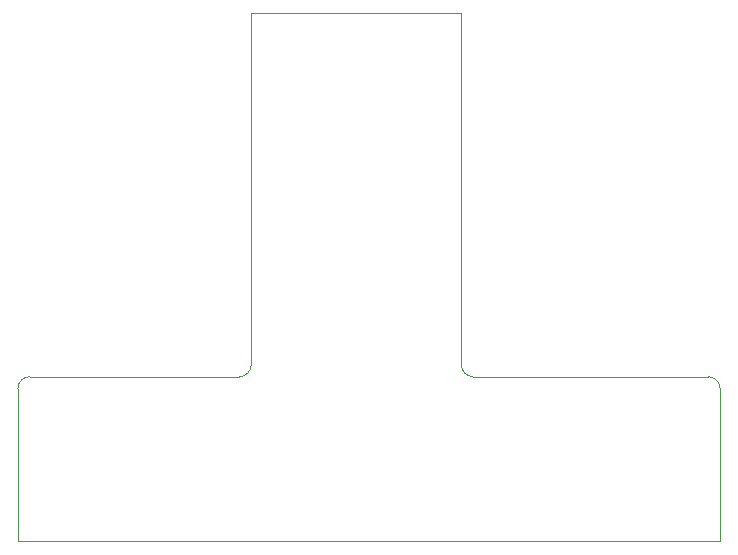
<source format=gbr>
%TF.GenerationSoftware,KiCad,Pcbnew,5.1.12-84ad8e8a86~92~ubuntu18.04.1*%
%TF.CreationDate,2022-06-27T03:15:35+02:00*%
%TF.ProjectId,Parallel-cobbler,50617261-6c6c-4656-9c2d-636f62626c65,rev?*%
%TF.SameCoordinates,Original*%
%TF.FileFunction,Profile,NP*%
%FSLAX46Y46*%
G04 Gerber Fmt 4.6, Leading zero omitted, Abs format (unit mm)*
G04 Created by KiCad (PCBNEW 5.1.12-84ad8e8a86~92~ubuntu18.04.1) date 2022-06-27 03:15:35*
%MOMM*%
%LPD*%
G01*
G04 APERTURE LIST*
%TA.AperFunction,Profile*%
%ADD10C,0.050000*%
%TD*%
G04 APERTURE END LIST*
D10*
X106950000Y-58500000D02*
G75*
G02*
X107950000Y-57500000I1000000J0D01*
G01*
X165400000Y-57500000D02*
G75*
G02*
X166400000Y-58500000I0J-1000000D01*
G01*
X126700000Y-56500000D02*
G75*
G02*
X125700000Y-57500000I-1000000J0D01*
G01*
X145500000Y-57500000D02*
G75*
G02*
X144500000Y-56500000I0J1000000D01*
G01*
X145500000Y-57500000D02*
X165400000Y-57500000D01*
X107950000Y-57500000D02*
X125700000Y-57500000D01*
X126700000Y-26700000D02*
X126700000Y-56500000D01*
X144500000Y-26700000D02*
X144500000Y-56500000D01*
X106950000Y-58500000D02*
X106950000Y-71450000D01*
X166400000Y-71450000D02*
X106950000Y-71450000D01*
X166400000Y-58500000D02*
X166400000Y-71450000D01*
X126700000Y-26700000D02*
X144500000Y-26700000D01*
M02*

</source>
